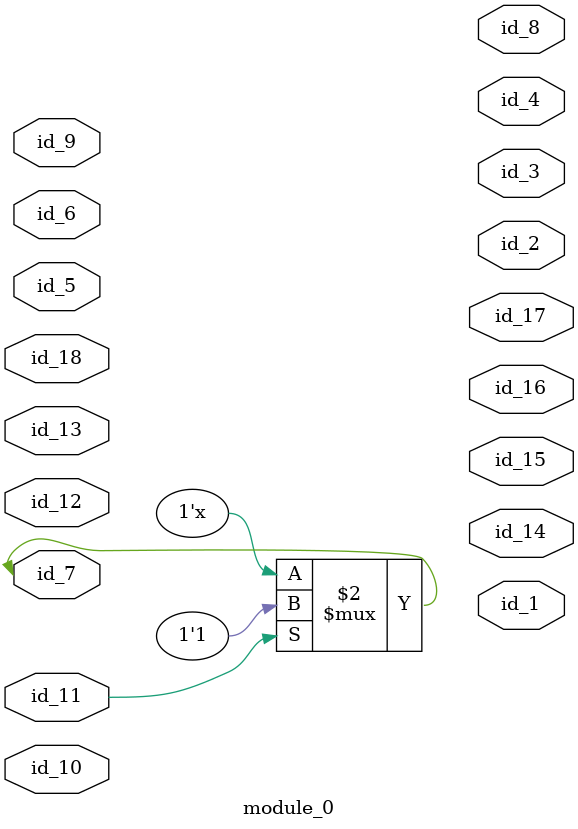
<source format=v>
module module_0 (
    id_1,
    id_2,
    id_3,
    id_4,
    id_5,
    id_6,
    id_7,
    id_8,
    id_9,
    id_10,
    id_11,
    id_12,
    id_13,
    id_14,
    id_15,
    id_16,
    id_17,
    id_18
);
  inout id_18;
  output id_17;
  output id_16;
  output id_15;
  output id_14;
  inout id_13;
  input id_12;
  inout id_11;
  inout id_10;
  inout id_9;
  output id_8;
  inout id_7;
  inout id_6;
  input id_5;
  output id_4;
  output id_3;
  output id_2;
  output id_1;
  initial begin
    if (id_11)
      if (1) id_7 <= 1;
      else id_18 <= id_7;
  end
endmodule

</source>
